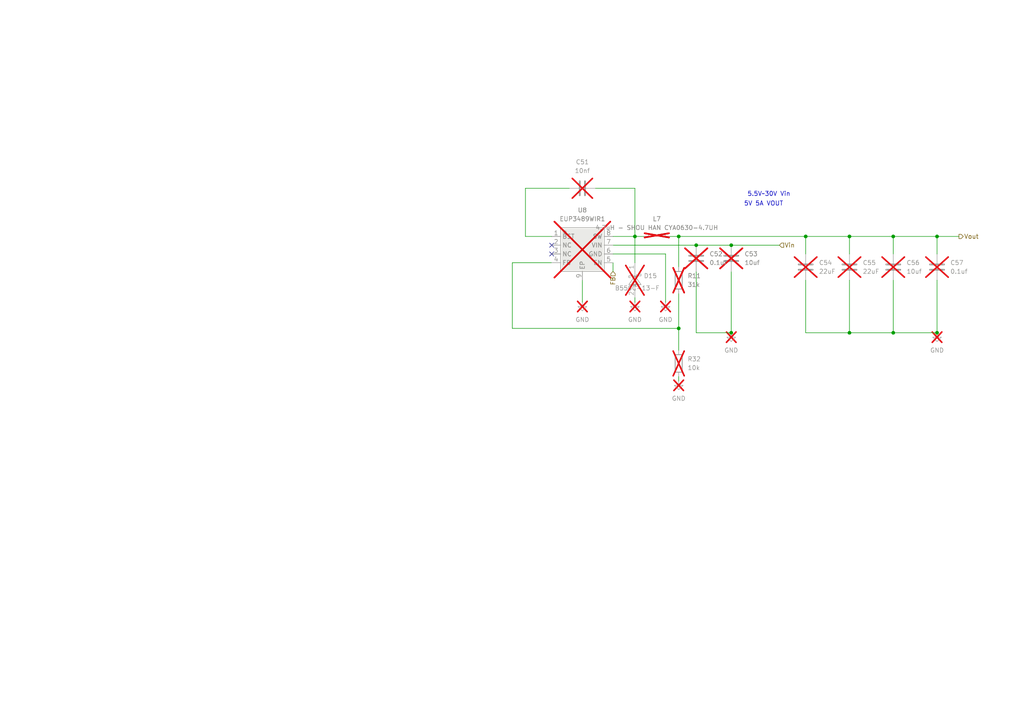
<source format=kicad_sch>
(kicad_sch (version 20250114) (generator "eeschema") (generator_version "9.0")
  (paper "A4")
  (lib_symbols
    (symbol "Device:C" (pin_numbers (hide yes)) (pin_names (offset 0.254))
      (property "Reference" "C" (at 0.635 2.54 0))
      (property "Value" "C" (at 0.635 -2.54 0))
      (symbol "C_0_1"
        (polyline (pts (xy -2.032 0.762) (xy 2.032 0.762)) (stroke (width 0.508)))
        (polyline (pts (xy -2.032 -0.762) (xy 2.032 -0.762)) (stroke (width 0.508)))
      )
      (symbol "C_1_1"
        (pin passive line (at 0 3.81 270) (length 2.794) (name "~") (number "1"))
        (pin passive line (at 0 -3.81 90) (length 2.794) (name "~") (number "2"))
      )
    )
    (symbol "Device:L" (pin_numbers (hide yes)) (pin_names (offset 1.016) (hide yes))
      (property "Reference" "L" (at -1.27 0 90))
      (property "Value" "L" (at 1.905 0 90))
      (symbol "L_0_1"
        (arc (start 0 2.54) (mid 0.6323 1.905) (end 0 1.27))
        (arc (start 0 1.27) (mid 0.6323 0.635) (end 0 0))
        (arc (start 0 0) (mid 0.6323 -0.635) (end 0 -1.27))
        (arc (start 0 -1.27) (mid 0.6323 -1.905) (end 0 -2.54))
      )
      (symbol "L_1_1"
        (pin passive line (at 0 3.81 270) (length 1.27) (name "1") (number "1"))
        (pin passive line (at 0 -3.81 90) (length 1.27) (name "2") (number "2"))
      )
    )
    (symbol "Device:R" (pin_numbers (hide yes)) (pin_names (offset 0))
      (property "Reference" "R" (at 2.032 0 90))
      (property "Value" "R" (at 0 0 90))
      (symbol "R_0_1"
        (rectangle (start -1.016 -2.54) (end 1.016 2.54) (stroke (width 0.254)))
      )
      (symbol "R_1_1"
        (pin passive line (at 0 3.81 270) (length 1.27) (name "~") (number "1"))
        (pin passive line (at 0 -3.81 90) (length 1.27) (name "~") (number "2"))
      )
    )
    (symbol "easyeda2kicad:B550C-13-F"
      (property "Reference" "D" (at 0 5.08 0))
      (property "Value" "B550C-13-F" (at 0 -5.08 0))
      (symbol "B550C-13-F_0_1"
        (polyline (pts (xy -1.78 1.27) (xy -1.78 1.78) (xy -1.27 1.78) (xy -1.27 -1.78) (xy -0.76 -1.78) (xy -0.76 -1.27)))
        (polyline (pts (xy -1.27 0) (xy -2.54 0)))
        (polyline (pts (xy 1.27 1.78) (xy -1.27 0) (xy 1.27 -1.78) (xy 1.27 1.78)) (fill (type background)))
        (polyline (pts (xy 2.54 0) (xy 1.27 0)))
        (pin unspecified line (at -5.08 0 0) (length 2.54) (name "C") (number "1"))
        (pin unspecified line (at 5.08 0 180) (length 2.54) (name "A") (number "2"))
      )
    )
    (symbol "easyeda2kicad:EUP3489WIR1"
      (property "Reference" "U" (at 0 8.89 0))
      (property "Value" "EUP3489WIR1" (at 0 -13.97 0))
      (symbol "EUP3489WIR1_0_1"
        (rectangle (start -6.35 6.35) (end 6.35 -6.35) (fill (type background)))
        (circle (center -5.08 5.08) (radius 0.38))
        (pin unspecified line (at -8.89 3.81 0) (length 2.54) (name "BST") (number "1"))
        (pin unspecified line (at -8.89 1.27 0) (length 2.54) (name "NC") (number "2"))
        (pin unspecified line (at -8.89 -1.27 0) (length 2.54) (name "NC") (number "3"))
        (pin unspecified line (at -8.89 -3.81 0) (length 2.54) (name "FB") (number "4"))
        (pin unspecified line (at 0 -8.89 90) (length 2.54) (name "EP") (number "9"))
        (pin unspecified line (at 8.89 3.81 180) (length 2.54) (name "SW") (number "8"))
        (pin unspecified line (at 8.89 1.27 180) (length 2.54) (name "VIN") (number "7"))
        (pin unspecified line (at 8.89 -1.27 180) (length 2.54) (name "GND") (number "6"))
        (pin unspecified line (at 8.89 -3.81 180) (length 2.54) (name "EN") (number "5"))
      )
    )
    (symbol "power:GND" (power) (pin_numbers (hide yes)) (pin_names (offset 0) (hide yes))
      (property "Value" "GND" (at 0 -3.81 0))
      (symbol "GND_0_1"
        (polyline (pts (xy 0 0) (xy 0 -1.27) (xy 1.27 -1.27) (xy 0 -2.54) (xy -1.27 -1.27) (xy 0 -1.27)))
      )
      (symbol "GND_1_1"
        (pin power_in line (at 0 0 270) (length 0) (name "~") (number "1"))
      )
    )
  )
  (text "5.5V~30V Vin" (at 223.012 56.388 0) (effects (font (size 1.27 1.27))))
  (text "5V 5A VOUT\n" (at 221.488 59.182 0) (effects (font (size 1.27 1.27))))
  (junction (at 212.09 96.52))
  (junction (at 233.68 68.58))
  (junction (at 246.38 96.52))
  (junction (at 196.85 95.25))
  (junction (at 246.38 68.58))
  (junction (at 201.93 71.12))
  (junction (at 196.85 68.58))
  (junction (at 259.08 96.52))
  (junction (at 271.78 68.58))
  (junction (at 184.15 68.58))
  (junction (at 259.08 68.58))
  (junction (at 212.09 71.12))
  (junction (at 271.78 96.52))
  (no_connect (at 160.02 71.12))
  (no_connect (at 160.02 73.66))
  (wire (pts (xy 233.68 73.66) (xy 233.68 68.58)))
  (wire (pts (xy 246.38 73.66) (xy 246.38 68.58)))
  (wire (pts (xy 148.59 76.2) (xy 148.59 95.25)))
  (wire (pts (xy 233.68 68.58) (xy 246.38 68.58)))
  (wire (pts (xy 193.04 73.66) (xy 193.04 87.63)))
  (wire (pts (xy 246.38 96.52) (xy 259.08 96.52)))
  (wire (pts (xy 184.15 68.58) (xy 177.8 68.58)))
  (wire (pts (xy 201.93 71.12) (xy 212.09 71.12)))
  (wire (pts (xy 233.68 81.28) (xy 233.68 96.52)))
  (wire (pts (xy 184.15 86.36) (xy 184.15 87.63)))
  (wire (pts (xy 184.15 68.58) (xy 186.69 68.58)))
  (wire (pts (xy 177.8 76.2) (xy 177.8 78.74)))
  (wire (pts (xy 152.4 54.61) (xy 165.1 54.61)))
  (wire (pts (xy 152.4 68.58) (xy 152.4 54.61)))
  (wire (pts (xy 246.38 81.28) (xy 246.38 96.52)))
  (wire (pts (xy 184.15 68.58) (xy 184.15 76.2)))
  (wire (pts (xy 160.02 68.58) (xy 152.4 68.58)))
  (wire (pts (xy 177.8 73.66) (xy 193.04 73.66)))
  (wire (pts (xy 172.72 54.61) (xy 184.15 54.61)))
  (wire (pts (xy 233.68 96.52) (xy 246.38 96.52)))
  (wire (pts (xy 246.38 68.58) (xy 259.08 68.58)))
  (wire (pts (xy 212.09 96.52) (xy 212.09 78.74)))
  (wire (pts (xy 196.85 109.22) (xy 196.85 110.49)))
  (wire (pts (xy 259.08 68.58) (xy 271.78 68.58)))
  (wire (pts (xy 196.85 85.09) (xy 196.85 95.25)))
  (wire (pts (xy 177.8 71.12) (xy 201.93 71.12)))
  (wire (pts (xy 196.85 77.47) (xy 196.85 68.58)))
  (wire (pts (xy 148.59 95.25) (xy 196.85 95.25)))
  (wire (pts (xy 160.02 76.2) (xy 148.59 76.2)))
  (wire (pts (xy 259.08 68.58) (xy 259.08 73.66)))
  (wire (pts (xy 194.31 68.58) (xy 196.85 68.58)))
  (wire (pts (xy 259.08 96.52) (xy 271.78 96.52)))
  (wire (pts (xy 196.85 95.25) (xy 196.85 101.6)))
  (wire (pts (xy 212.09 71.12) (xy 226.06 71.12)))
  (wire (pts (xy 259.08 81.28) (xy 259.08 96.52)))
  (wire (pts (xy 201.93 96.52) (xy 212.09 96.52)))
  (wire (pts (xy 271.78 96.52) (xy 271.78 81.28)))
  (wire (pts (xy 196.85 68.58) (xy 233.68 68.58)))
  (wire (pts (xy 184.15 54.61) (xy 184.15 68.58)))
  (wire (pts (xy 168.91 81.28) (xy 168.91 87.63)))
  (wire (pts (xy 201.93 96.52) (xy 201.93 78.74)))
  (wire (pts (xy 271.78 68.58) (xy 271.78 73.66)))
  (wire (pts (xy 271.78 68.58) (xy 278.13 68.58)))
  (hierarchical_label "Vout" (shape output) (at 278.13 68.58 0))
  (hierarchical_label "FB" (shape input) (at 177.8 78.74 270))
  (hierarchical_label "Vin" (shape input) (at 226.06 71.12 0))
  (symbol (lib_id "Device:C") (at 271.78 77.47 0) (unit 1) (dnp yes)
    (property "Reference" "C33" (at 275.59 76.1999 0) (effects (justify left)))
    (property "Value" "0.1uf" (at 275.59 78.7399 0) (effects (justify left)))
    (property "Footprint" "Capacitor_SMD:C_0603_1608Metric_Pad1.08x0.95mm_HandSolder" (effects (hide yes)))
    (property "Description" "Unpolarized capacitor" (effects (hide yes)))
    (instances (project "charger" (path "" (reference "C57") (unit 1)) (path "" (reference "C49") (unit 1)) (path "" (reference "C33") (unit 1)) (path "" (reference "C25") (unit 1)) (path "" (reference "C41") (unit 1))))
  )
  (symbol (lib_id "easyeda2kicad:EUP3489WIR1") (at 168.91 72.39 0) (unit 1) (dnp yes)
    (property "Reference" "U5" (at 168.91 60.96 0))
    (property "Value" "EUP3489WIR1" (at 168.91 63.5 0))
    (property "Footprint" "easyeda2kicad:ESOP-8_L4.9-W3.9-P1.27-LS6.0-BL-EP" (effects (hide yes)))
    (property "Datasheet" "https://lcsc.com/product-detail/DC-DC-Converters_Eutech-Microelectronics-EUP3489WIR1_C1509135.html" (effects (hide yes)))
    (property "LCSC Part" "C1509135" (effects (hide yes)))
    (instances (project "charger" (path "" (reference "U8") (unit 1)) (path "" (reference "U7") (unit 1)) (path "" (reference "U5") (unit 1)) (path "" (reference "U4") (unit 1)) (path "" (reference "U6") (unit 1))))
  )
  (symbol (lib_id "Device:C") (at 212.09 74.93 0) (unit 1) (dnp yes)
    (property "Reference" "C29" (at 215.9 73.6599 0) (effects (justify left)))
    (property "Value" "10uf" (at 215.9 76.1999 0) (effects (justify left)))
    (property "Footprint" "Capacitor_SMD:C_0805_2012Metric_Pad1.18x1.45mm_HandSolder" (effects (hide yes)))
    (property "Description" "Unpolarized capacitor" (effects (hide yes)))
    (instances (project "charger" (path "" (reference "C53") (unit 1)) (path "" (reference "C45") (unit 1)) (path "" (reference "C29") (unit 1)) (path "" (reference "C21") (unit 1)) (path "" (reference "C37") (unit 1))))
  )
  (symbol (lib_id "Device:C") (at 259.08 77.47 0) (unit 1) (dnp yes)
    (property "Reference" "C32" (at 262.89 76.1999 0) (effects (justify left)))
    (property "Value" "10uf" (at 262.89 78.7399 0) (effects (justify left)))
    (property "Footprint" "Capacitor_SMD:C_0805_2012Metric_Pad1.18x1.45mm_HandSolder" (effects (hide yes)))
    (property "Description" "Unpolarized capacitor" (effects (hide yes)))
    (instances (project "charger" (path "" (reference "C56") (unit 1)) (path "" (reference "C48") (unit 1)) (path "" (reference "C32") (unit 1)) (path "" (reference "C24") (unit 1)) (path "" (reference "C40") (unit 1))))
  )
  (symbol (lib_id "power:GND") (at 184.15 87.63 0) (unit 1) (dnp yes)
    (property "Reference" "#PWR031" (effects (hide yes)))
    (property "Value" "GND" (at 184.15 92.71 0))
    (property "Description" "Power symbol creates a global label with name \"GND\" , ground" (effects (hide yes)))
    (instances (project "charger" (path "" (reference "#PWR055") (unit 1)) (path "" (reference "#PWR047") (unit 1)) (path "" (reference "#PWR031") (unit 1)) (path "" (reference "#PWR023") (unit 1)) (path "" (reference "#PWR039") (unit 1))))
  )
  (symbol (lib_id "Device:C") (at 168.91 54.61 90) (unit 1) (dnp yes)
    (property "Reference" "C27" (at 168.91 46.99 90))
    (property "Value" "10nf" (at 168.91 49.53 90))
    (property "Footprint" "Capacitor_SMD:C_0603_1608Metric_Pad1.08x0.95mm_HandSolder" (effects (hide yes)))
    (property "Description" "Unpolarized capacitor" (effects (hide yes)))
    (instances (project "charger" (path "" (reference "C51") (unit 1)) (path "" (reference "C43") (unit 1)) (path "" (reference "C27") (unit 1)) (path "" (reference "C19") (unit 1)) (path "" (reference "C35") (unit 1))))
  )
  (symbol (lib_id "power:GND") (at 193.04 87.63 0) (unit 1) (dnp yes)
    (property "Reference" "#PWR032" (effects (hide yes)))
    (property "Value" "GND" (at 193.04 92.71 0))
    (property "Description" "Power symbol creates a global label with name \"GND\" , ground" (effects (hide yes)))
    (instances (project "charger" (path "" (reference "#PWR056") (unit 1)) (path "" (reference "#PWR048") (unit 1)) (path "" (reference "#PWR032") (unit 1)) (path "" (reference "#PWR024") (unit 1)) (path "" (reference "#PWR040") (unit 1))))
  )
  (symbol (lib_id "Device:C") (at 201.93 74.93 0) (unit 1) (dnp yes)
    (property "Reference" "C28" (at 205.74 73.6599 0) (effects (justify left)))
    (property "Value" "0.1uf" (at 205.74 76.1999 0) (effects (justify left)))
    (property "Footprint" "Capacitor_SMD:C_0603_1608Metric_Pad1.08x0.95mm_HandSolder" (effects (hide yes)))
    (property "Description" "Unpolarized capacitor" (effects (hide yes)))
    (instances (project "charger" (path "" (reference "C52") (unit 1)) (path "" (reference "C44") (unit 1)) (path "" (reference "C28") (unit 1)) (path "" (reference "C20") (unit 1)) (path "" (reference "C36") (unit 1))))
  )
  (symbol (lib_id "Device:L") (at 190.5 68.58 90) (unit 1) (dnp yes)
    (property "Reference" "L4" (at 190.5 63.5 90))
    (property "Value" "4.7uH - SHOU HAN CYA0630-4.7UH" (at 190.5 66.04 90))
    (property "Footprint" "easyeda2kicad:IND-SMD_L7.2-W6.6_GPSR07X0" (effects (hide yes)))
    (property "Description" "Inductor" (effects (hide yes)))
    (instances (project "charger" (path "" (reference "L7") (unit 1)) (path "" (reference "L6") (unit 1)) (path "" (reference "L4") (unit 1)) (path "" (reference "L3") (unit 1)) (path "" (reference "L5") (unit 1))))
  )
  (symbol (lib_id "Device:R") (at 196.85 105.41 0) (unit 1) (dnp yes)
    (property "Reference" "R20" (at 199.39 104.1399 0) (effects (justify left)))
    (property "Value" "10k" (at 199.39 106.6799 0) (effects (justify left)))
    (property "Footprint" "Resistor_SMD:R_0603_1608Metric_Pad0.98x0.95mm_HandSolder" (effects (hide yes)))
    (property "Description" "Resistor" (effects (hide yes)))
    (instances (project "charger" (path "" (reference "R32") (unit 1)) (path "" (reference "R28") (unit 1)) (path "" (reference "R20") (unit 1)) (path "" (reference "R16") (unit 1)) (path "" (reference "R24") (unit 1))))
  )
  (symbol (lib_id "power:GND") (at 212.09 96.52 0) (unit 1) (dnp yes)
    (property "Reference" "#PWR034" (effects (hide yes)))
    (property "Value" "GND" (at 212.09 101.6 0))
    (property "Description" "Power symbol creates a global label with name \"GND\" , ground" (effects (hide yes)))
    (instances (project "charger" (path "" (reference "#PWR058") (unit 1)) (path "" (reference "#PWR050") (unit 1)) (path "" (reference "#PWR034") (unit 1)) (path "" (reference "#PWR026") (unit 1)) (path "" (reference "#PWR042") (unit 1))))
  )
  (symbol (lib_id "power:GND") (at 196.85 110.49 0) (unit 1) (dnp yes)
    (property "Reference" "#PWR033" (effects (hide yes)))
    (property "Value" "GND" (at 196.85 115.57 0))
    (property "Description" "Power symbol creates a global label with name \"GND\" , ground" (effects (hide yes)))
    (instances (project "charger" (path "" (reference "#PWR057") (unit 1)) (path "" (reference "#PWR049") (unit 1)) (path "" (reference "#PWR033") (unit 1)) (path "" (reference "#PWR025") (unit 1)) (path "" (reference "#PWR041") (unit 1))))
  )
  (symbol (lib_id "power:GND") (at 271.78 96.52 0) (unit 1) (dnp yes)
    (property "Reference" "#PWR035" (effects (hide yes)))
    (property "Value" "GND" (at 271.78 101.6 0))
    (property "Description" "Power symbol creates a global label with name \"GND\" , ground" (effects (hide yes)))
    (instances (project "charger" (path "" (reference "#PWR059") (unit 1)) (path "" (reference "#PWR051") (unit 1)) (path "" (reference "#PWR035") (unit 1)) (path "" (reference "#PWR027") (unit 1)) (path "" (reference "#PWR043") (unit 1))))
  )
  (symbol (lib_id "Device:C") (at 233.68 77.47 0) (unit 1) (dnp yes)
    (property "Reference" "C30" (at 237.49 76.1999 0) (effects (justify left)))
    (property "Value" "22uF" (at 237.49 78.7399 0) (effects (justify left)))
    (property "Footprint" "Capacitor_SMD:C_0805_2012Metric_Pad1.18x1.45mm_HandSolder" (effects (hide yes)))
    (property "Description" "Unpolarized capacitor" (effects (hide yes)))
    (instances (project "charger" (path "" (reference "C54") (unit 1)) (path "" (reference "C46") (unit 1)) (path "" (reference "C30") (unit 1)) (path "" (reference "C22") (unit 1)) (path "" (reference "C38") (unit 1))))
  )
  (symbol (lib_id "Device:R") (at 196.85 81.28 0) (unit 1) (dnp yes)
    (property "Reference" "R4" (at 199.39 80.0099 0) (effects (justify left)))
    (property "Value" "31k" (at 199.39 82.5499 0) (effects (justify left)))
    (property "Footprint" "Resistor_SMD:R_0603_1608Metric_Pad0.98x0.95mm_HandSolder" (effects (hide yes)))
    (property "Description" "Resistor" (effects (hide yes)))
    (instances (project "charger" (path "" (reference "R11") (unit 1)) (path "" (reference "R10") (unit 1)) (path "" (reference "R4") (unit 1)) (path "" (reference "R3") (unit 1)) (path "" (reference "R9") (unit 1))))
  )
  (symbol (lib_id "power:GND") (at 168.91 87.63 0) (unit 1) (dnp yes)
    (property "Reference" "#PWR030" (effects (hide yes)))
    (property "Value" "GND" (at 168.91 92.71 0))
    (property "Description" "Power symbol creates a global label with name \"GND\" , ground" (effects (hide yes)))
    (instances (project "charger" (path "" (reference "#PWR054") (unit 1)) (path "" (reference "#PWR046") (unit 1)) (path "" (reference "#PWR030") (unit 1)) (path "" (reference "#PWR022") (unit 1)) (path "" (reference "#PWR038") (unit 1))))
  )
  (symbol (lib_id "easyeda2kicad:B550C-13-F") (at 184.15 81.28 270) (unit 1) (dnp yes)
    (property "Reference" "D9" (at 186.69 80.0099 90) (effects (justify left)))
    (property "Value" "B550C-13-F" (at 178.308 83.566 90) (effects (justify left)))
    (property "Footprint" "easyeda2kicad:SMC_L6.9-W5.9-LS7.9-RD" (effects (hide yes)))
    (property "Datasheet" "https://lcsc.com/product-detail/Schottky-Barrier-Diodes-SBD_Diodes-Incorporated-B550C-13-F_C134461.html" (effects (hide yes)))
    (property "LCSC Part" "C134461" (effects (hide yes)))
    (instances (project "charger" (path "" (reference "D15") (unit 1)) (path "" (reference "D13") (unit 1)) (path "" (reference "D9") (unit 1)) (path "" (reference "D7") (unit 1)) (path "" (reference "D11") (unit 1))))
  )
  (symbol (lib_id "Device:C") (at 246.38 77.47 0) (unit 1) (dnp yes)
    (property "Reference" "C31" (at 250.19 76.1999 0) (effects (justify left)))
    (property "Value" "22uF" (at 250.19 78.7399 0) (effects (justify left)))
    (property "Footprint" "Capacitor_SMD:C_0805_2012Metric_Pad1.18x1.45mm_HandSolder" (effects (hide yes)))
    (property "Description" "Unpolarized capacitor" (effects (hide yes)))
    (instances (project "charger" (path "" (reference "C55") (unit 1)) (path "" (reference "C47") (unit 1)) (path "" (reference "C31") (unit 1)) (path "" (reference "C23") (unit 1)) (path "" (reference "C39") (unit 1))))
  )
)
</source>
